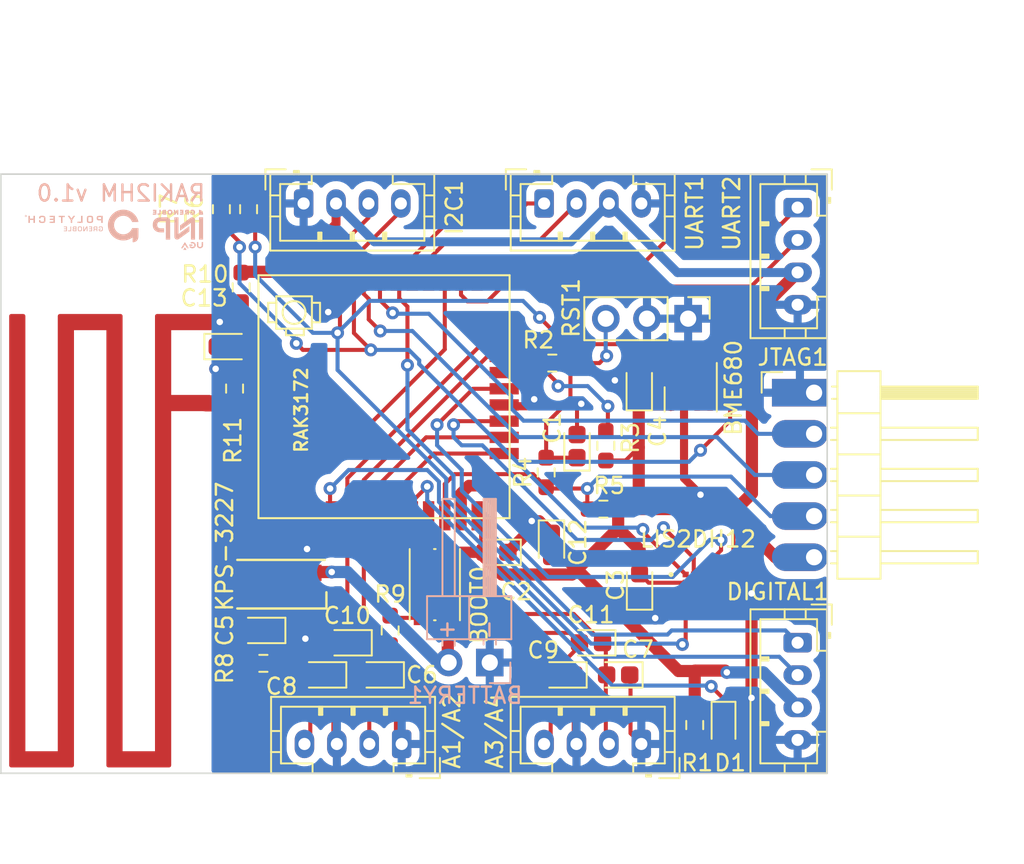
<source format=kicad_pcb>
(kicad_pcb (version 20221018) (generator pcbnew)
  (layers (0 "F.Cu" signal) (31 "B.Cu" signal) (34 "B.Paste" user) (35 "F.Paste" user) (36 "B.SilkS" user "B.Silkscreen") (37 "F.SilkS" user "F.Silkscreen") (38 "B.Mask" user) (39 "F.Mask" user) (44 "Edge.Cuts" user))
  (net 0 "")
  (net 1 "RST")
  (net 2 "+3V3")
  (net 3 "D0")
  (net 4 "Net-(D1-A)")
  (net 5 "D1")
  (net 6 "SWDIO")
  (net 7 "SWCLK")
  (net 8 "TX2")
  (net 9 "RX2")
  (net 10 "TX1")
  (net 11 "RX1")
  (net 12 "SCL")
  (net 13 "SDA")
  (net 14 "A0")
  (net 15 "A4")
  (net 16 "RF")
  (net 17 "MOSI")
  (net 18 "MISO")
  (net 19 "SCK")
  (net 20 "NSS")
  (net 21 "D2")
  (net 22 "D3")
  (net 23 "A3")
  (net 24 "A2")
  (net 25 "D5")
  (net 26 "D4")
  (net 27 "A1")
  (net 28 "BOOT0")
  (net 29 "GND")
  (net 30 "Net-(C13-Pad2)")
  (net 31 "Net-(RST1-Out)")
  (footprint "Capacitor_Tantalum_SMD:CP_EIA-1608-08_AVX-J" (layer "F.Cu") (at 152.908 59.1312 180)
    (fp_text reference "C6")
    (fp_text value "100nF")
  )
  (footprint "OptoDevice:Kingbright_KPS-3227" (layer "F.Cu") (at 146.8348 53.532 -90)
    (fp_text reference "KPS-3227")
    (fp_text value "KPS-3227")
  )
  (footprint "Resistor_SMD:R_0603_1608Metric_Pad0.98x0.95mm_HandSolder" (layer "F.Cu") (at 163.195 46.6325 90)
    (fp_text reference "R4")
    (fp_text value "0")
  )
  (footprint "Capacitor_Tantalum_SMD:CP_EIA-1608-08_AVX-J" (layer "F.Cu") (at 143.6116 38.862)
    (fp_text reference "C13")
    (fp_text value "0")
  )
  (footprint "Capacitor_Tantalum_SMD:CP_EIA-1608-08_AVX-J" (layer "F.Cu") (at 160.1216 51.562 180)
    (fp_text reference "C2")
    (fp_text value "100nF")
  )
  (footprint "Capacitor_Tantalum_SMD:CP_EIA-1608-08_AVX-J" (layer "F.Cu") (at 149.352 59.1312 180)
    (fp_text reference "C8")
    (fp_text value "100nF")
  )
  (footprint "Connector_JST:JST_PH_B4B-PH-K_1x04_P2.00mm_Vertical" (layer "F.Cu") (at 178.7144 30.2768 -90)
    (fp_text reference "UART2")
    (fp_text value "UART2 AT" hide)
  )
  (footprint "Connector_JST:JST_PH_B4B-PH-K_1x04_P2.00mm_Vertical" (layer "F.Cu") (at 148.2288 30.0228)
    (fp_text reference "I2C1")
    (fp_text value "I2C")
  )
  (footprint "Capacitor_Tantalum_SMD:CP_EIA-1608-08_AVX-J" (layer "F.Cu") (at 150.9255 57.15 180)
    (fp_text reference "C10")
    (fp_text value "100nF")
  )
  (footprint "Resistor_SMD:R_0603_1608Metric_Pad0.98x0.95mm_HandSolder" (layer "F.Cu") (at 143.1544 30.3765 90)
    (fp_text reference "R7")
    (fp_text value "4K7")
  )
  (footprint "Capacitor_Tantalum_SMD:CP_EIA-1608-08_AVX-J" (layer "F.Cu") (at 163.5252 51.1048 -90)
    (fp_text reference "C12")
    (fp_text value "1uF")
  )
  (footprint "Resistor_SMD:R_0603_1608Metric_Pad0.98x0.95mm_HandSolder" (layer "F.Cu") (at 144.3736 35.2044 -90)
    (fp_text reference "R10")
    (fp_text value "0")
  )
  (footprint "Resistor_SMD:R_0603_1608Metric_Pad0.98x0.95mm_HandSolder" (layer "F.Cu") (at 166.878 44.9815 -90)
    (fp_text reference "R3")
    (fp_text value "10K")
  )
  (footprint "Resistor_SMD:R_0603_1608Metric_Pad0.98x0.95mm_HandSolder" (layer "F.Cu") (at 153.5684 56.388 90)
    (fp_text reference "R9")
    (fp_text value "10K")
  )
  (footprint "Capacitor_Tantalum_SMD:CP_EIA-1608-08_AVX-J" (layer "F.Cu") (at 165.9636 57.15 180)
    (fp_text reference "C11")
    (fp_text value "100nF")
  )
  (footprint "Connector_JST:JST_PH_B4B-PH-K_1x04_P2.00mm_Vertical" (layer "F.Cu") (at 163.068 30.0228)
    (fp_text reference "UART1")
    (fp_text value "UART1" hide)
  )
  (footprint "RAK_Library:Magnetic_Switch" (layer "F.Cu") (at 169.553 37.2398 -90)
    (fp_text reference "RST1")
    (fp_text value "~")
  )
  (footprint "Resistor_SMD:R_0603_1608Metric_Pad0.98x0.95mm_HandSolder" (layer "F.Cu") (at 163.576 39.878)
    (fp_text reference "R2")
    (fp_text value "0")
  )
  (footprint "Connector_JST:JST_PH_B4B-PH-K_1x04_P2.00mm_Vertical" (layer "F.Cu") (at 169.068 63.3984 180)
    (fp_text reference "A3/A4")
    (fp_text value "Groove A3 A4" hide)
  )
  (footprint "Capacitor_Tantalum_SMD:CP_EIA-1608-08_AVX-J" (layer "F.Cu") (at 164.1869 59.1312 180)
    (fp_text reference "C9")
    (fp_text value "100nF")
  )
  (footprint "Resistor_SMD:R_0603_1608Metric_Pad0.98x0.95mm_HandSolder" (layer "F.Cu") (at 144.8308 30.3765 90)
    (fp_text reference "R6")
    (fp_text value "4K7")
  )
  (footprint "Capacitor_Tantalum_SMD:CP_EIA-1608-08_AVX-J" (layer "F.Cu") (at 167.64 59.1312 180)
    (fp_text reference "C7")
    (fp_text value "100nF")
  )
  (footprint "Capacitor_Tantalum_SMD:CP_EIA-1608-08_AVX-J" (layer "F.Cu") (at 168.9418 41.2878 90)
    (fp_text reference "C4")
    (fp_text value "100nF")
  )
  (footprint "Resistor_SMD:R_0603_1608Metric_Pad0.98x0.95mm_HandSolder" (layer "F.Cu") (at 145.7433 58.42 180)
    (fp_text reference "R8")
    (fp_text value "2400R")
  )
  (footprint "Package_LGA:Bosch_LGA-8_3x3mm_P0.8mm_ClockwisePinNumbering" (layer "F.Cu") (at 172.1168 41.3703)
    (fp_text reference "BME680")
    (fp_text value "BME680" hide)
  )
  (footprint "Diode_SMD:D_0603_1608Metric" (layer "F.Cu") (at 174.1424 62.2808 -90)
    (fp_text reference "D1")
    (fp_text value "RED")
  )
  (footprint "Resistor_SMD:R_0603_1608Metric_Pad0.98x0.95mm_HandSolder" (layer "F.Cu") (at 172.3644 62.23 90)
    (fp_text reference "R1")
    (fp_text value "1K")
  )
  (footprint "Capacitor_Tantalum_SMD:CP_EIA-1608-08_AVX-J" (layer "F.Cu") (at 168.9608 53.5953 90)
    (fp_text reference "C3")
    (fp_text value "100nF")
  )
  (footprint "Connector_JST:JST_PH_B4B-PH-K_1x04_P2.00mm_Vertical" (layer "F.Cu") (at 178.7144 57.1444 -90)
    (fp_text reference "DIGITAL1")
    (fp_text value "DIGITAL" hide)
  )
  (footprint "Capacitor_Tantalum_SMD:CP_EIA-1608-08_AVX-J" (layer "F.Cu") (at 145.5928 56.388 180)
    (fp_text reference "C5")
    (fp_text value "100nF")
  )
  (footprint "Connector_JST:JST_PH_B4B-PH-K_1x04_P2.00mm_Vertical" (layer "F.Cu") (at 154.2796 63.3984 180)
    (fp_text reference "A1/A2")
    (fp_text value "Groove A1 A2" hide)
  )
  (footprint "Capacitor_Tantalum_SMD:CP_EIA-1608-08_AVX-J" (layer "F.Cu") (at 165.1 45.0075 90)
    (fp_text reference "C1")
    (fp_text value "100nF")
  )
  (footprint "Resistor_SMD:R_0603_1608Metric_Pad0.98x0.95mm_HandSolder" (layer "F.Cu") (at 166.7275 48.895)
    (fp_text reference "R5")
    (fp_text value "10K")
  )
  (footprint "Button_Switch_SMD:SW_Push_1P1T_NO_CK_KMR2" (layer "F.Cu") (at 156.3244 53.5612 -90)
    (fp_text reference "BOOT0")
    (fp_text value "SW BOOT0")
  )
  (footprint "RAK3172:RAK3172" (layer "F.Cu") (at 145.44 49.455)
    (fp_text reference "RAK3172")
    (fp_text value "RAK3172")
  )
  (footprint "Resistor_SMD:R_0603_1608Metric_Pad0.98x0.95mm_HandSolder" (layer "F.Cu") (at 143.9672 41.4528 90)
    (fp_text reference "R11")
    (fp_text value "0")
  )
  (footprint "LIS2DH12:LIS2DH12" (layer "F.Cu") (at 172.5556 53.6836)
    (fp_text reference "LIS2DH12")
    (fp_text value "LIS2DH12" hide)
  )
  (footprint "RAK_Library:Conn_JTAG_01x05" (layer "F.Cu") (at 182.2104 46.7868)
    (fp_text reference "JTAG1")
    (fp_text value "JTAG" hide)
  )
  (footprint "Connector_PinHeader_2.54mm:PinHeader_1x02_P2.54mm_Horizontal" (layer "B.Cu") (at 159.7152 58.3692 90)
    (fp_text reference "BATTERY1")
    (fp_text value "Battery" hide)
  )
  (footprint "RAK_Library:logo_polytech" (layer "B.Cu") (at 136.525 31.6484 180)
    (fp_text reference "G***" hide)
    (fp_text value "LOGO" hide)
  )
  (gr_rect (start 129.54 28.21) (end 180.54 65.21) (stroke (width 0.1)) (fill none) (layer "Edge.Cuts"))
  (gr_text "RAKI2HM v1.0" (at 142.24 29.972) (layer "B.SilkS") (effects (font (size 1 1)) (justify left bottom mirror)))
  (segment (start 165.735 48.815) (end 165.815 48.895) (width 0.25) (layer "F.Cu") (net 1))
  (segment (start 156.94 47.350802) (end 156.94 49.31) (width 0.25) (layer "F.Cu") (net 1))
  (segment (start 165.735 47.625) (end 163.275 47.625) (width 0.25) (layer "F.Cu") (net 1))
  (segment (start 163.195 47.545) (end 162.386 46.736) (width 0.25) (layer "F.Cu") (net 1))
  (segment (start 162.386 46.736) (end 157.554802 46.736) (width 0.25) (layer "F.Cu") (net 1))
  (segment (start 163.275 47.625) (end 163.195 47.545) (width 0.25) (layer "F.Cu") (net 1))
  (segment (start 165.735 47.625) (end 165.735 48.815) (width 0.25) (layer "F.Cu") (net 1))
  (segment (start 157.554802 46.736) (end 156.94 47.350802) (width 0.25) (layer "F.Cu") (net 1))
  (via (at 165.735 47.625) (size 0.8) (drill 0.4) (layers "F.Cu" "B.Cu") (net 1))
  (segment (start 165.735 47.625) (end 166.4716 46.8884) (width 0.25) (layer "B.Cu") (net 1))
  (segment (start 177.038 49.3268) (end 179.7304 49.3268) (width 0.25) (layer "B.Cu") (net 1))
  (segment (start 174.5996 46.8884) (end 177.038 49.3268) (width 0.25) (layer "B.Cu") (net 1))
  (segment (start 166.4716 46.8884) (end 174.5996 46.8884) (width 0.25) (layer "B.Cu") (net 1))
  (segment (start 159.4091 51.562) (end 157.1752 51.562) (width 0.7) (layer "F.Cu") (net 2))
  (segment (start 168.9608 52.8828) (end 169.5196 53.4416) (width 0.25) (layer "F.Cu") (net 2))
  (segment (start 174.2342 58.8674) (end 174.3456 58.9788) (width 0.75) (layer "F.Cu") (net 2))
  (segment (start 148.6356 52.7812) (end 148.5848 52.832) (width 0.75) (layer "F.Cu") (net 2))
  (segment (start 172.5168 42.5578) (end 173.3168 42.5578) (width 0.5) (layer "F.Cu") (net 2))
  (segment (start 168.9418 42.0003) (end 168.91 42.0321) (width 0.75) (layer "F.Cu") (net 2))
  (segment (start 174.6504 49.1744) (end 175.895 47.9298) (width 0.75) (layer "F.Cu") (net 2))
  (segment (start 168.9608 51.402) (end 167.64 50.0812) (width 0.75) (layer "F.Cu") (net 2))
  (segment (start 172.3644 58.8944) (end 172.3914 58.8674) (width 0.75) (layer "F.Cu") (net 2))
  (segment (start 170.885 42.5896) (end 170.9168 42.5578) (width 0.5) (layer "F.Cu") (net 2))
  (segment (start 170.904 42.291462) (end 171.350162 41.8453) (width 0.5) (layer "F.Cu") (net 2))
  (segment (start 150.2288 31.2796) (end 150.2288 30.0228) (width 0.55) (layer "F.Cu") (net 2))
  (segment (start 157.1244 58.3184) (end 157.1752 58.3692) (width 0.25) (layer "F.Cu") (net 2))
  (segment (start 159.4091 51.562) (end 159.4091 51.873154) (width 0.75) (layer "F.Cu") (net 2))
  (segment (start 173.3056 52.9336) (end 174.752 51.4872) (width 0.25) (layer "F.Cu") (net 2))
  (segment (start 167.64 48.895) (end 168.91 48.895) (width 0.75) (layer "F.Cu") (net 2))
  (segment (start 143.1544 29.464) (end 144.9832 29.464) (width 0.55) (layer "F.Cu") (net 2))
  (segment (start 159.4091 49.7791) (end 158.94 49.31) (width 0.7) (layer "F.Cu") (net 2))
  (segment (start 172.3644 61.3175) (end 172.3644 58.8944) (width 0.75) (layer "F.Cu") (net 2))
  (segment (start 167.64 50.0812) (end 165.0962 52.625) (width 0.75) (layer "F.Cu") (net 2))
  (segment (start 168.91 45.085) (end 168.91 48.895) (width 0.75) (layer "F.Cu") (net 2))
  (segment (start 171.8056 53.4336) (end 171.8056 53.9336) (width 0.25) (layer "F.Cu") (net 2))
  (segment (start 159.4091 51.562) (end 159.4091 49.7791) (width 0.7) (layer "F.Cu") (net 2))
  (segment (start 168.91 48.895) (end 171.577 48.895) (width 0.75) (layer "F.Cu") (net 2))
  (segment (start 177.3428 51.8668) (end 179.7304 51.8668) (width 0.75) (layer "F.Cu") (net 2))
  (segment (start 159.4091 51.873154) (end 160.469546 52.9336) (width 0.75) (layer "F.Cu") (net 2))
  (segment (start 174.752 51.4872) (end 174.752 49.276) (width 0.25) (layer "F.Cu") (net 2))
  (segment (start 171.8564 49.1744) (end 174.6504 49.1744) (width 0.75) (layer "F.Cu") (net 2))
  (segment (start 171.3656 58.8944) (end 165.0962 52.625) (width 0.75) (layer "F.Cu") (net 2))
  (segment (start 169.5196 53.4416) (end 171.7976 53.4416) (width 0.25) (layer "F.Cu") (net 2))
  (segment (start 170.9168 42.5578) (end 169.4993 42.5578) (width 0.5) (layer "F.Cu") (net 2))
  (segment (start 168.91 42.0321) (end 168.91 45.085) (width 0.75) (layer "F.Cu") (net 2))
  (segment (start 172.5168 42.278662) (end 172.5168 42.5578) (width 0.5) (layer "F.Cu") (net 2))
  (segment (start 164.2885 51.8173) (end 163.5252 51.8173) (width 0.75) (layer "F.Cu") (net 2))
  (segment (start 157.1752 51.562) (end 157.1244 51.5112) (width 0.7) (layer "F.Cu") (net 2))
  (segment (start 167.64 48.895) (end 167.64 50.0812) (width 0.75) (layer "F.Cu") (net 2))
  (segment (start 164.7876 52.9336) (end 165.0962 52.625) (width 0.75) (layer "F.Cu") (net 2))
  (segment (start 169.0103 52.9323) (end 168.9608 52.8828) (width 0.75) (layer "F.Cu") (net 2))
  (segment (start 172.3644 58.8944) (end 171.3656 58.8944) (width 0.75) (layer "F.Cu") (net 2))
  (segment (start 149.2504 32.258) (end 150.2288 31.2796) (width 0.55) (layer "F.Cu") (net 2))
  (segment (start 171.350162 41.8453) (end 172.083438 41.8453) (width 0.5) (layer "F.Cu") (net 2))
  (segment (start 171.704 40.1956) (end 171.704 41.8453) (width 0.5) (layer "F.Cu") (net 2))
  (segment (start 172.083438 41.8453) (end 172.5168 42.278662) (width 0.5) (layer "F.Cu") (net 2))
  (segment (start 171.577 48.895) (end 171.8564 49.1744) (width 0.75) (layer "F.Cu") (net 2))
  (segment (start 174.752 49.276) (end 174.6504 49.1744) (width 0.25) (layer "F.Cu") (net 2))
  (segment (start 175.895 37.0962) (end 178.7144 34.2768) (width 0.75) (layer "F.Cu") (net 2))
  (segment (start 171.7976 53.4416) (end 171.8056 53.4336) (width 0.25) (layer "F.Cu") (net 2))
  (segment (start 171.7168 40.1828) (end 171.704 40.1956) (width 0.5) (layer "F.Cu") (net 2))
  (segment (start 149.9616 52.7812) (end 148.6356 52.7812) (width 0.75) (layer "F.Cu") (net 2))
  (segment (start 168.9608 52.8828) (end 168.9608 51.402) (width 0.75) (layer "F.Cu") (net 2))
  (segment (start 165.0962 52.625) (end 164.2885 51.8173) (width 0.75) (layer "F.Cu") (net 2))
  (segment (start 166.878 45.894) (end 168.101 45.894) (width 0.25) (layer "F.Cu") (net 2))
  (segment (start 157.1244 55.6112) (end 157.1244 58.3184) (width 0.75) (layer "F.Cu") (net 2))
  (segment (start 168.101 45.894) (end 168.91 45.085) (width 0.25) (layer "F.Cu") (net 2))
  (segment (start 147.7772 32.258) (end 149.2504 32.258) (width 0.55) (layer "F.Cu") (net 2))
  (segment (start 148.5848 52.832) (end 148.5848 54.232) (width 0.75) (layer "F.Cu") (net 2))
  (segment (start 144.9832 29.464) (end 147.7772 32.258) (width 0.55) (layer "F.Cu") (net 2))
  (segment (start 170.904 42.5448) (end 170.904 42.291462) (width 0.5) (layer "F.Cu") (net 2))
  (segment (start 175.895 47.9298) (end 175.895 37.0962) (width 0.75) (layer "F.Cu") (net 2))
  (segment (start 173.3056 52.9336) (end 173.3056 53.4336) (width 0.25) (layer "F.Cu") (net 2))
  (segment (start 169.4993 42.5578) (end 168.9418 42.0003) (width 0.5) (layer "F.Cu") (net 2))
  (segment (start 160.469546 52.9336) (end 164.7876 52.9336) (width 0.75) (layer "F.Cu") (net 2))
  (segment (start 172.3914 58.8674) (end 174.2342 58.8674) (width 0.75) (layer "F.Cu") (net 2))
  (segment (start 174.6504 49.1744) (end 177.3428 51.8668) (width 0.75) (layer "F.Cu") (net 2))
  (via (at 174.3456 58.9788) (size 0.8) (drill 0.4) (layers "F.Cu" "B.Cu") (net 2))
  (via (at 149.9616 52.7812) (size 0.8) (drill 0.4) (layers "F.Cu" "B.Cu") (net 2))
  (segment (start 176.5996 58.9788) (end 178.7144 61.0936) (width 0.75) (layer "B.Cu") (net 2))
  (segment (start 171.2976 34.29) (end 178.7012 34.29) (width 0.55) (layer "B.Cu") (net 2))
  (segment (start 157.1752 58.2676) (end 157.1752 58.3692) (width 0.75) (layer "B.Cu") (net 2))
  (segment (start 156.8196 58.674) (end 157.1752 58.674) (width 0.75) (layer "B.Cu") (net 2))
  (segment (start 167.068 30.0228) (end 167.068 30.0604) (width 0.55) (layer "B.Cu") (net 2))
  (segment (start 150.9268 52.7812) (end 156.8196 58.674) (width 0.75) (layer "B.Cu") (net 2))
  (segment (start 164.7152 32.3888) (end 167.068 30.036) (width 0.55) (layer "B.Cu") (net 2))
  (segment (start 178.7144 61.0936) (end 178.7144 61.1444) (width 0.75) (layer "B.Cu") (net 2))
  (segment (start 174.3456 58.9788) (end 176.5996 58.9788) (width 0.75) (layer "B.Cu") (net 2))
  (segment (start 167.068 30.036) (end 167.068 30.0228) (width 0.55) (layer "B.Cu") (net 2))
  (segment (start 167.068 30.0604) (end 171.2976 34.29) (width 0.55) (layer "B.Cu") (net 2))
  (segment (start 149.9616 52.7812) (end 150.9268 52.7812) (width 0.75) (layer "B.Cu") (net 2))
  (segment (start 150.2288 30.0228) (end 152.5948 32.3888) (width 0.55) (layer "B.Cu") (net 2))
  (segment (start 178.7012 34.29) (end 178.7144 34.2768) (width 0.55) (layer "B.Cu") (net 2))
  (segment (start 152.5948 32.3888) (end 164.7152 32.3888) (width 0.55) (layer "B.Cu") (net 2))
  (segment (start 173.99 51.4367) (end 172.8056 52.6211) (width 0.25) (layer "F.Cu") (net 3))
  (segment (start 173.99 50.8) (end 173.99 51.4367) (width 0.25) (layer "F.Cu") (net 3))
  (segment (start 156.464 43.688) (end 158.687 41.465) (width 0.25) (layer "F.Cu") (net 3))
  (segment (start 158.687 41.465) (end 160.605 41.465) (width 0.25) (layer "F.Cu") (net 3))
  (segment (start 172.8056 52.6211) (end 172.8056 52.9336) (width 0.25) (layer "F.Cu") (net 3))
  (via (at 173.99 50.8) (size 0.8) (drill 0.4) (layers "F.Cu" "B.Cu") (net 3))
  (via (at 156.464 43.688) (size 0.8) (drill 0.4) (layers "F.Cu" "B.Cu") (net 3))
  (segment (start 157.988 46.482) (end 156.464 44.958) (width 0.25) (layer "B.Cu") (net 3))
  (segment (start 171.002942 53.086) (end 163.322 53.086) (width 0.25) (layer "B.Cu") (net 3))
  (segment (start 173.99 50.8) (end 173.288942 50.8) (width 0.25) (layer "B.Cu") (net 3))
  (segment (start 156.464 44.958) (end 156.464 43.688) (width 0.25) (layer "B.Cu") (net 3))
  (segment (start 157.988 47.752) (end 157.988 46.482) (width 0.25) (layer "B.Cu") (net 3))
  (segment (start 173.288942 50.8) (end 171.002942 53.086) (width 0.25) (layer "B.Cu") (net 3))
  (segment (start 163.322 53.086) (end 157.988 47.752) (width 0.25) (layer "B.Cu") (net 3))
  (segment (start 174.0682 63.1425) (end 174.1424 63.0683) (width 0.25) (layer "F.Cu") (net 4))
  (segment (start 172.3644 63.1425) (end 174.0682 63.1425) (width 0.25) (layer "F.Cu") (net 4))
  (segment (start 154.1272 34.6972) (end 153.94 34.51) (width 0.25) (layer "F.Cu") (net 5))
  (segment (start 154.6352 36.3914) (end 154.1272 35.8834) (width 0.25) (layer "F.Cu") (net 5))
  (segment (start 154.1272 35.8834) (end 154.1272 34.6972) (width 0.25) (layer "F.Cu") (net 5))
  (segment (start 154.6352 40.005) (end 154.6352 36.3914) (width 0.25) (layer "F.Cu") (net 5))
  (via (at 154.6352 40.005) (size 0.8) (drill 0.4) (layers "F.Cu" "B.Cu") (net 5))
  (segment (start 154.6352 43.980703) (end 157.4794 46.824903) (width 0.25) (layer "B.Cu") (net 5))
  (segment (start 170.942 56.388) (end 177.958 56.388) (width 0.25) (layer "B.Cu") (net 5))
  (segment (start 166.043988 56.642) (end 170.688 56.642) (width 0.25) (layer "B.Cu") (net 5))
  (segment (start 154.6352 40.005) (end 154.6352 43.980703) (width 0.25) (layer "B.Cu") (net 5))
  (segment (start 177.958 56.388) (end 178.7144 57.1444) (width 0.25) (layer "B.Cu") (net 5))
  (segment (start 157.4794 48.077412) (end 166.043988 56.642) (width 0.25) (layer "B.Cu") (net 5))
  (segment (start 170.688 56.642) (end 170.942 56.388) (width 0.25) (layer "B.Cu") (net 5))
  (segment (start 157.4794 46.824903) (end 157.4794 48.077412) (width 0.25) (layer "B.Cu") (net 5))
  (segment (start 153.7208 36.7792) (end 152.94 35.9984) (width 0.25) (layer "F.Cu") (net 6))
  (segment (start 152.94 35.9984) (end 152.94 34.51) (width 0.25) (layer "F.Cu") (net 6))
  (via (at 153.7208 36.7792) (size 0.8) (drill 0.4) (layers "F.Cu" "B.Cu") (net 6))
  (segment (start 176.276 44.2468) (end 179.7304 44.2468) (width 0.25) (layer "B.Cu") (net 6))
  (segment (start 161.798 43.434) (end 175.4632 43.434) (width 0.25) (layer "B.Cu") (net 6))
  (segment (start 161.036 42.672) (end 161.798 43.434) (width 0.25) (layer "B.Cu") (net 6))
  (segment (start 175.4632 43.434) (end 176.276 44.2468) (width 0.25) (layer "B.Cu") (net 6))
  (segment (start 161.036 41.91) (end 161.036 42.672) (width 0.25) (layer "B.Cu") (net 6))
  (segment (start 155.956 36.83) (end 161.036 41.91) (width 0.25) (layer "B.Cu") (net 6))
  (segment (start 153.7208 36.7792) (end 153.7716 36.83) (width 0.25) (layer "B.Cu") (net 6))
  (segment (start 153.7716 36.83) (end 155.956 36.83) (width 0.25) (layer "B.Cu") (net 6))
  (segment (start 152.2476 37.1856) (end 152.2476 35.9156) (width 0.25) (layer "F.Cu") (net 7))
  (segment (start 151.94 35.608) (end 151.94 34.51) (width 0.25) (layer "F.Cu") (net 7))
  (segment (start 152.2476 35.9156) (end 151.94 35.608) (width 0.25) (layer "F.Cu") (net 7))
  (segment (start 152.9588 37.8968) (end 152.2476 37.1856) (width 0.25) (layer "F.Cu") (net 7))
  (via (at 152.9588 37.8968) (size 0.8) (drill 0.4) (layers "F.Cu" "B.Cu") (net 7))
  (segment (start 176.0728 46.7868) (end 179.7304 46.7868) (width 0.25) (layer "B.Cu") (net 7))
  (segment (start 154.94 37.8968) (end 161.4932 44.45) (width 0.25) (layer "B.Cu") (net 7))
  (segment (start 152.9588 37.8968) (end 154.94 37.8968) (width 0.25) (layer "B.Cu") (net 7))
  (segment (start 173.736 44.45) (end 176.0728 46.7868) (width 0.25) (layer "B.Cu") (net 7))
  (segment (start 161.4932 44.45) (end 173.736 44.45) (width 0.25) (layer "B.Cu") (net 7))
  (segment (start 159.5628 36.068) (end 160.4772 35.1536) (width 0.25) (layer "F.Cu") (net 8))
  (segment (start 157.94 34.51) (end 157.94 35.6644) (width 0.25) (layer "F.Cu") (net 8))
  (segment (start 157.94 35.6644) (end 158.3436 36.068) (width 0.25) (layer "F.Cu") (net 8))
  (segment (start 160.4772 35.1536) (end 175.8376 35.1536) (width 0.25) (layer "F.Cu") (net 8))
  (segment (start 158.3436 36.068) (end 159.5628 36.068) (width 0.25) (layer "F.Cu") (net 8))
  (segment (start 175.8376 35.1536) (end 178.7144 32.2768) (width 0.25) (layer "F.Cu") (net 8))
  (segment (start 177.6984 31.2928) (end 178.7144 30.2768) (width 0.25) (layer "F.Cu") (net 9))
  (segment (start 158.94 34.51) (end 159.3632 34.0868) (width 0.25) (layer "F.Cu") (net 9))
  (segment (start 168.8282 34.0868) (end 171.6222 31.2928) (width 0.25) (layer "F.Cu") (net 9))
  (segment (start 171.6222 31.2928) (end 177.6984 31.2928) (width 0.25) (layer "F.Cu") (net 9))
  (segment (start 159.3632 34.0868) (end 168.8282 34.0868) (width 0.25) (layer "F.Cu") (net 9))
  (segment (start 155.94 33.4725) (end 157.0275 32.385) (width 0.25) (layer "F.Cu") (net 10))
  (segment (start 162.7058 32.385) (end 165.068 30.0228) (width 0.25) (layer "F.Cu") (net 10))
  (segment (start 157.0275 32.385) (end 162.7058 32.385) (width 0.25) (layer "F.Cu") (net 10))
  (segment (start 155.94 34.51) (end 155.94 33.4725) (width 0.25) (layer "F.Cu") (net 10))
  (segment (start 154.94 33.36) (end 156.841 31.459) (width 0.25) (layer "F.Cu") (net 11))
  (segment (start 160.566 31.459) (end 162.0022 30.0228) (width 0.25) (layer "F.Cu") (net 11))
  (segment (start 154.94 34.51) (end 154.94 33.36) (width 0.25) (layer "F.Cu") (net 11))
  (segment (start 162.0022 30.0228) (end 163.068 30.0228) (width 0.25) (layer "F.Cu") (net 11))
  (segment (start 156.841 31.459) (end 160.566 31.459) (width 0.25) (layer "F.Cu") (net 11))
  (segment (start 150.94 34.51) (end 150.94 33.7688) (width 0.25) (layer "F.Cu") (net 12))
  (segment (start 174.5488 40.9448) (end 173.7868 40.1828) (width 0.25) (layer "F.Cu") (net 12))
  (segment (start 150.94 33.7688) (end 154.2288 30.48) (width 0.25) (layer "F.Cu") (net 12))
  (segment (start 174.5488 43.434) (end 174.5488 40.9448) (width 0.25) (layer "F.Cu") (net 12))
  (segment (start 169.160736 50.148979) (end 169.160736 50.288736) (width 0.25) (layer "F.Cu") (net 12))
  (segment (start 151.3332 35.8648) (end 150.94 35.4716) (width 0.25) (layer "F.Cu") (net 12))
  (segment (start 169.160736 50.288736) (end 171.8056 52.9336) (width 0.25) (layer "F.Cu") (net 12))
  (segment (start 144.272 32.7152) (end 144.272 32.4066) (width 0.25) (layer "F.Cu") (net 12))
  (segment (start 144.272 32.4066) (end 143.1544 31.289) (width 0.25) (layer "F.Cu") (net 12))
  (segment (start 152.3746 39.0652) (end 148.1836 39.0652) (width 0.25) (layer "F.Cu") (net 12))
  (segment (start 154.2288 30.48) (end 154.2288 30.0228) (width 0.25) (layer "F.Cu") (net 12))
  (segment (start 151.3332 38.0238) (end 151.3332 35.8648) (width 0.25) (layer "F.Cu") (net 12))
  (segment (start 173.7868 40.1828) (end 173.3168 40.1828) (width 0.25) (layer "F.Cu") (net 12))
  (segment (start 152.3746 39.0652) (end 151.3332 38.0238) (width 0.25) (layer "F.Cu") (net 12))
  (segment (start 148.1836 39.0652) (end 147.7772 38.6588) (width 0.25) (layer "F.Cu") (net 12))
  (segment (start 150.94 35.4716) (end 150.94 34.51) (width 0.25) (layer "F.Cu") (net 12))
  (segment (start 172.72 45.2628) (end 174.5488 43.434) (width 0.25) (layer "F.Cu") (net 12))
  (via (at 169.160736 50.148979) (size 0.8) (drill 0.4) (layers "F.Cu" "B.Cu") (net 12))
  (via (at 147.7772 38.6588) (size 0.8) (drill 0.4) (layers "F.Cu" "B.Cu") (net 12))
  (via (at 152.3746 39.0652) (size 0.8) (drill 0.4) (layers "F.Cu" "B.Cu") (net 12))
  (via (at 144.272 32.7152) (size 0.8) (drill 0.4) (layers "F.Cu" "B.Cu") (net 12))
  (via (at 172.72 45.2628) (size 0.8) (drill 0.4) (layers "F.Cu" "B.Cu") (net 12))
  (segment (start 172.0088 45.974) (end 161.629506 45.974) (width 0.25) (layer "B.Cu") (net 12))
  (segment (start 155.3602 39.704695) (end 154.720705 39.0652) (width 0.25) (layer "B.Cu") (net 12))
  (segment (start 165.4556 50.038) (end 155.3602 39.9426) (width 0.25) (layer "B.Cu") (net 12))
  (segment (start 144.272 34.9504) (end 147.7772 38.4556) (width 0.25) (layer "B.Cu") (net 12))
  (segment (start 169.049757 50.038) (end 165.4556 50.038) (width 0.25) (layer "B.Cu") (net 12))
  (segment (start 147.7772 38.4556) (end 147.7772 38.6588) (width 0.25) (layer "B.Cu") (net 12))
  (segment (start 144.272 32.7152) (end 144.272 34.9504) (width 0.25) (layer "B.Cu") (net 12))
  (segment (start 154.720705 39.0652) (end 152.3746 39.0652) (width 0.25) (layer "B.Cu") (net 12))
  (segment (start 172.72 45.2628) (end 172.0088 45.974) (width 0.25) (layer "B.Cu") (net 12))
  (segment (start 169.160736 50.148979) (end 169.049757 50.038) (width 0.25) (layer "B.Cu") (net 12))
  (segment (start 155.3602 39.9426) (end 155.3602 39.704695) (width 0.25) (layer "B.Cu") (net 12))
  (segment (start 149.94 35.352459) (end 149.94 34.51) (width 0.25) (layer "F.Cu") (net 13))
  (segment (start 171.8056 57.0484) (end 171.8056 54.4336) (width 0.25) (layer "F.Cu") (net 13))
  (segment (start 152.2288 30.9052) (end 152.2288 30.0228) (width 0.25) (layer "F.Cu") (net 13))
  (segment (start 145.2372 31.6954) (end 144.8308 31.289) (width 0.25) (layer "F.Cu") (net 13))
  (segment (start 150.322541 38.010561) (end 150.4696 37.863502) (width 0.25) (layer "F.Cu") (net 13))
  (segment (start 164.4396 38.7096) (end 169.8244 38.7096) (width 0.25) (layer "F.Cu") (net 13))
  (segment (start 145.2372 32.7152) (end 145.2372 31.6954) (width 0.25) (layer "F.Cu") (net 13))
  (segment (start 149.94 33.194) (end 152.2288 30.9052) (width 0.25) (layer "F.Cu") (net 13))
  (segment (start 149.94 34.51) (end 149.94 33.194) (width 0.25) (layer "F.Cu") (net 13))
  (segment (start 150.4696 37.863502) (end 150.4696 35.882059) (width 0.25) (layer "F.Cu") (net 13))
  (segment (start 171.6024 57.2516) (end 171.8056 57.0484) (width 0.25) (layer "F.Cu") (net 13))
  (segment (start 169.8244 38.7096) (end 170.4848 39.37) (width 0.25) (layer "F.Cu") (net 13))
  (segment (start 172.5168 40.08044) (end 172.5168 40.1828) (width 0.25) (layer "F.Cu") (net 13))
  (segment (start 150.4696 35.882059) (end 149.94 35.352459) (width 0.25) (layer "F.Cu") (net 13))
  (segment (start 162.7886 37.0586) (end 164.4396 38.7096) (width 0.25) (layer "F.Cu") (net 13))
  (segment (start 170.4848 39.37) (end 171.80636 39.37) (width 0.25) (layer "F.Cu") (net 13))
  (segment (start 171.80636 39.37) (end 172.5168 40.08044) (width 0.25) (layer "F.Cu") (net 13))
  (via (at 171.6024 57.2516) (size 0.8) (drill 0.4) (layers "F.Cu" "B.Cu") (net 13))
  (via (at 162.7886 37.0586) (size 0.8) (drill 0.4) (layers "F.Cu" "B.Cu") (net 13))
  (via (at 145.2372 32.7152) (size 0.8) (drill 0.4) (layers "F.Cu" "B.Cu") (net 13))
  (via (at 150.322541 38.010561) (size 0.8) (drill 0.4) (layers "F.Cu" "B.Cu") (net 13))
  (segment (start 165.966392 57.2008) (end 157.0294 48.263808) (width 0.25) (layer "B.Cu") (net 13))
  (segment (start 148.805361 38.010561) (end 150.322541 38.010561) (width 0.25) (layer "B.Cu") (net 13))
  (segment (start 157.0294 47.011299) (end 150.322541 40.30444) (width 0.25) (layer "B.Cu") (net 13))
  (segment (start 161.764948 36.034948) (end 152.298154 36.034948) (width 0.25) (layer "B.Cu") (net 13))
  (segment (start 157.0294 48.263808) (end 157.0294 47.011299) (width 0.25) (layer "B.Cu") (net 13))
  (segment (start 162.7886 37.0586) (end 161.764948 36.034948) (width 0.25) (layer "B.Cu") (net 13))
  (segment (start 145.2372 32.7152) (end 145.2372 34.4424) (width 0.25) (layer "B.Cu") (net 13))
  (segment (start 152.298154 36.034948) (end 150.322541 38.010561) (width 0.25) (layer "B.Cu") (net 13))
  (segment (start 150.322541 40.30444) (end 150.322541 38.010561) (width 0.25) (layer "B.Cu") (net 13))
  (segment (start 171.6024 57.2516) (end 171.5516 57.2008) (width 0.25) (layer "B.Cu") (net 13))
  (segment (start 171.5516 57.2008) (end 165.966392 57.2008) (width 0.25) (layer "B.Cu") (net 13))
  (segment (start 145.2372 34.4424) (end 148.805361 38.010561) (width 0.25) (layer "B.Cu") (net 13))
  (segment (start 150.213 57.5577) (end 148.6395 59.1312) (width 0.25) (layer "F.Cu") (net 14))
  (segment (start 150.9268 46.9932) (end 150.9268 55.5752) (width 0.25) (layer "F.Cu") (net 14))
  (segment (start 150.9268 55.5752) (end 150.213 56.289) (width 0.25) (layer "F.Cu") (net 14))
  (segment (start 148.6395 63.0385) (end 148.2796 63.3984) (width 0.25) (layer "F.Cu") (net 14))
  (segment (start 148.6395 59.1312) (end 148.6395 63.0385) (width 0.25) (layer "F.Cu") (net 14))
  (segment (start 150.213 56.289) (end 150.213 57.15) (width 0.25) (layer "F.Cu") (net 14))
  (segment (start 159.455 38.465) (end 150.9268 46.9932) (width 0.25) (layer "F.Cu") (net 14))
  (segment (start 160.605 38.465) (end 159.455 38.465) (width 0.25) (layer "F.Cu") (net 14))
  (segment (start 150.213 57.15) (end 150.213 57.5577) (width 0.25) (layer "F.Cu") (net 14))
  (segment (start 144.8803 58.3705) (end 144.8308 58.42) (width 0.25) (layer "F.Cu") (net 15))
  (segment (start 144.8803 54.4365) (end 144.8803 58.3705) (width 0.25) (layer "F.Cu") (net 15))
  (segment (start 156.94 34.51) (end 156.94 39.030305) (width 0.25) (layer "F.Cu") (net 15))
  (segment (start 150.555105 45.4152) (end 149.4536 45.4152) (width 0.25) (layer "F.Cu") (net 15))
  (segment (start 156.94 39.030305) (end 150.555105 45.4152) (width 0.25) (layer "F.Cu") (net 15))
  (segment (start 145.0848 54.232) (end 144.8803 54.4365) (width 0.25) (layer "F.Cu") (net 15))
  (segment (start 145.0848 49.784) (end 145.0848 54.232) (width 0.25) (layer "F.Cu") (net 15))
  (segment (start 149.4536 45.4152) (end 145.0848 49.784) (width 0.25) (layer "F.Cu") (net 15))
  (segment (start 147.94 34.51) (end 147.6692 34.2392) (width 0.25) (layer "F.Cu") (net 16))
  (segment (start 147.6692 34.2392) (end 144.4263 34.2392) (width 0.75) (layer "F.Cu") (net 16))
  (segment (start 144.4263 34.2392) (end 144.3736 34.2919) (width 0.25) (layer "F.Cu") (net 16))
  (segment (start 149.86 49.23) (end 149.94 49.31) (width 0.25) (layer "F.Cu") (net 21))
  (segment (start 149.86 47.625) (end 149.86 49.23) (width 0.25) (layer "F.Cu") (net 21))
  (via (at 149.86 47.625) (size 0.8) (drill 0.4) (layers "F.Cu" "B.Cu") (net 21))
  (segment (start 178.7144 59.1444) (end 177.5836 58.0136) (width 0.25) (layer "B.Cu") (net 21))
  (segment (start 156.5794 47.197695) (end 155.863705 46.482) (width 0.25) (layer "B.Cu") (net 21))
  (segment (start 156.5794 48.450204) (end 156.5794 47.197695) (width 0.25) (layer "B.Cu") (net 21))
  (segment (start 151.003 46.482) (end 149.86 47.625) (width 0.25) (layer "B.Cu") (net 21))
  (segment (start 155.863705 46.482) (end 151.003 46.482) (width 0.25) (layer "B.Cu") (net 21))
  (segment (start 177.5836 58.0136) (end 166.142796 58.0136) (width 0.25) (layer "B.Cu") (net 21))
  (segment (start 166.142796 58.0136) (end 156.5794 48.450204) (width 0.25) (layer "B.Cu") (net 21))
  (segment (start 154.94 48.4124) (end 155.8544 47.498) (width 0.25) (layer "F.Cu") (net 22))
  (segment (start 154.94 49.31) (end 154.94 48.4124) (width 0.25) (layer "F.Cu") (net 22))
  (segment (start 174.1424 60.6044) (end 174.1424 61.4933) (width 0.25) (layer "F.Cu") (net 22))
  (segment (start 173.3804 59.8424) (end 174.1424 60.6044) (width 0.25) (layer "F.Cu") (net 22))
  (via (at 173.3804 59.8424) (size 0.8) (drill 0.4) (layers "F.Cu" "B.Cu") (net 22))
  (via (at 155.8544 47.498) (size 0.8) (drill 0.4) (layers "F.Cu" "B.Cu") (net 22))
  (segment (start 173.3804 59.8424) (end 173.3296 59.7916) (width 0.25) (layer "B.Cu") (net 22))
  (segment (start 167.2844 59.7916) (end 155.8544 48.3616) (width 0.25) (layer "B.Cu") (net 22))
  (segment (start 155.8544 48.3616) (end 155.8544 47.498) (width 0.25) (layer "B.Cu") (net 22))
  (segment (start 173.3296 59.7916) (end 167.2844 59.7916) (width 0.25) (layer "B.Cu") (net 22))
  (segment (start 154.94 53.1368) (end 158.8516 53.1368) (width 0.25) (layer "F.Cu") (net 23))
  (segment (start 166.878 59.0817) (end 166.9275 59.1312) (width 0.25) (layer "F.Cu") (net 23))
  (segment (start 166.9275 59.1312) (end 166.878 59.1807) (width 0.25) (layer "F.Cu") (net 23))
  (segment (start 161.0868 55.372) (end 164.8981 55.372) (width 0.25) (layer "F.Cu") (net 23))
  (segment (start 164.8981 55.372) (end 166.6761 57.15) (width 0.25) (layer "F.Cu") (net 23))
  (segment (start 166.878 57.3519) (end 166.878 59.0817) (width 0.25) (layer "F.Cu") (net 23))
  (segment (start 166.878 63.2084) (end 167.068 63.3984) (width 0.25) (layer "F.Cu") (net 23))
  (segment (start 154.0764 47.6504) (end 154.0764 52.2732) (width 0.25) (layer "F.Cu") (net 23))
  (segment (start 158.8516 53.1368) (end 161.0868 55.372) (width 0.25) (layer "F.Cu") (net 23))
  (segment (start 166.878 59.1807) (end 166.878 63.2084) (width 0.25) (layer "F.Cu") (net 23))
  (segment (start 156.2618 45.465) (end 154.0764 47.6504) (width 0.25) (layer "F.Cu") (net 23))
  (segment (start 154.0764 52.2732) (end 154.94 53.1368) (width 0.25) (layer "F.Cu") (net 23))
  (segment (start 166.6761 57.15) (end 166.878 57.3519) (width 0.25) (layer "F.Cu") (net 23))
  (segment (start 160.605 45.465) (end 156.2618 45.465) (width 0.25) (layer "F.Cu") (net 23))
  (segment (start 164.6415 56.5404) (end 165.2511 57.15) (width 0.25) (layer "F.Cu") (net 24))
  (segment (start 154.5336 54.1528) (end 158.1912 54.1528) (width 0.25) (layer "F.Cu") (net 24))
  (segment (start 158.1912 54.1528) (end 160.5788 56.5404) (width 0.25) (layer "F.Cu") (net 24))
  (segment (start 163.4744 59.1312) (end 163.4744 62.992) (width 0.25) (layer "F.Cu") (net 24))
  (segment (start 152.9588 47.2948) (end 152.9588 52.578) (width 0.25) (layer "F.Cu") (net 24))
  (segment (start 160.5788 56.5404) (end 164.6415 56.5404) (width 0.25) (layer "F.Cu") (net 24))
  (segment (start 152.9588 52.578) (end 154.5336 54.1528) (width 0.25) (layer "F.Cu") (net 24))
  (segment (start 163.4744 62.992) (end 163.068 63.3984) (width 0.25) (layer "F.Cu") (net 24))
  (segment (start 165.2511 57.15) (end 165.2511 57.3545) (width 0.25) (layer "F.Cu") (net 24))
  (segment (start 165.2511 57.3545) (end 163.4744 59.1312) (width 0.25) (layer "F.Cu") (net 24))
  (segment (start 160.605 44.465) (end 155.7886 44.465) (width 0.25) (layer "F.Cu") (net 24))
  (segment (start 155.7886 44.465) (end 152.9588 47.2948) (width 0.25) (layer "F.Cu") (net 24))
  (segment (start 157.703 43.465) (end 160.605 43.465) (width 0.25) (layer "F.Cu") (net 25))
  (segment (start 170.434 50.038) (end 172.3056 51.9096) (width 0.25) (layer "F.Cu") (net 25))
  (segment (start 172.3056 51.9096) (end 172.3056 52.9336) (width 0.25) (layer "F.Cu") (net 25))
  (segment (start 157.48 43.688) (end 157.703 43.465) (width 0.25) (layer "F.Cu") (net 25))
  (via (at 157.48 43.688) (size 0.8) (drill 0.4) (layers "F.Cu" "B.Cu") (net 25))
  (via (at 170.434 50.038) (size 0.8) (drill 0.4) (layers "F.Cu" "B.Cu") (net 25))
  (segment (start 157.988 44.958) (end 157.48 44.45) (width 0.25) (layer "B.Cu") (net 25))
  (segment (start 170.434 50.038) (end 169.672 50.8) (width 0.25) (layer "B.Cu") (net 25))
  (segment (start 159.258 44.958) (end 157.988 44.958) (width 0.25) (layer "B.Cu") (net 25))
  (segment (start 169.672 50.8) (end 165.1 50.8) (width 0.25) (layer "B.Cu") (net 25))
  (segment (start 165.1 50.8) (end 159.258 44.958) (width 0.25) (layer "B.Cu") (net 25))
  (segment (start 157.48 44.45) (end 157.48 43.688) (width 0.25) (layer "B.Cu") (net 25))
  (segment (start 162.0765 40.465) (end 160.605 40.465) (width 0.25) (layer "F.Cu") (net 26))
  (segment (start 163.9316 41.3004) (end 163.9316 41.1461) (width 0.25) (layer "F.Cu") (net 26))
  (segment (start 167.005 43.942) (end 166.878 44.069) (width 0.25) (layer "F.Cu") (net 26))
  (segment (start 162.6635 39.878) (end 162.0765 40.465) (width 0.25) (layer "F.Cu") (net 26))
  (segment (start 167.005 42.545) (end 167.005 43.942) (width 0.25) (layer "F.Cu") (net 26))
  (segment (start 163.9316 41.1461) (end 162.6635 39.878) (width 0.25) (layer "F.Cu") (net 26))
  (via (at 163.9316 41.3004) (size 0.8) (drill 0.4) (layers "F.Cu" "B.Cu") (net 26))
  (via (at 167.005 42.545) (size 0.8) (drill 0.4) (layers "F.Cu" "B.Cu") (net 26))
  (segment (start 163.9316 41.3004) (end 165.7604 41.3004) (width 0.25) (layer "B.Cu") (net 26))
  (segment (start 165.7604 41.3004) (end 167.005 42.545) (width 0.25) (layer "B.Cu") (net 26))
  (segment (start 151.638 57.15) (end 151.892 57.404) (width 0.25) (layer "F.Cu") (net 27))
  (segment (start 152.1955 59.1312) (end 152.2796 59.2153) (width 0.25) (layer "F.Cu") (net 27))
  (segment (start 151.9428 47.0916) (end 151.9428 56.0832) (width 0.25) (layer "F.Cu") (net 27))
  (segment (start 151.892 57.404) (end 151.892 58.8277) (width 0.25) (layer "F.Cu") (net 27))
  (segment (start 151.892 58.8277) (end 152.1955 59.1312) (width 0.25) (layer "F.Cu") (net 27))
  (segment (start 160.605 39.465) (end 159.5694 39.465) (width 0.25) (layer "F.Cu") (net 27))
  (segment (start 151.638 56.388) (end 151.638 57.15) (width 0.25) (layer "F.Cu") (net 27))
  (segment (start 151.9428 56.0832) (end 151.638 56.388) (width 0.25) (layer "F.Cu") (net 27))
  (segment (start 159.5694 39.465) (end 151.9428 47.0916) (width 0.25) (layer "F.Cu") (net 27))
  (segment (start 152.2796 59.2153) (end 152.2796 63.3984) (width 0.25) (layer "F.Cu") (net 27))
  (segment (start 155.94 51.0956) (end 155.5244 51.5112) (width 0.25) (layer "F.Cu") (net 28))
  (segment (start 155.94 49.31) (end 155.94 51.0956) (width 0.25) (layer "F.Cu") (net 28))
  (segment (start 153.5851 55.6112) (end 153.5684 55.6279) (width 0.25) (layer "F.Cu") (net 28))
  (segment (start 155.5244 55.6112) (end 153.5851 55.6112) (width 0.25) (layer "F.Cu") (net 28))
  (segment (start 153.5684 59.0791) (end 153.6205 59.1312) (width 0.25) (layer "F.Cu") (net 29))
  (segment (start 167.4368 40.9448) (end 167.8063 40.5753) (width 0.5) (layer "F.Cu") (net 29))
  (segment (start 162.7645 49.6316) (end 163.5252 50.3923) (width 0.72) (layer "F.Cu") (net 29))
  (segment (start 153.924 59.4347) (end 153.924 63.0428) (width 0.25) (layer "F.Cu") (net 29))
  (segment (start 150.2664 63.3984) (end 150.2796 63.3984) (width 0.25) (layer "F.Cu") (net 29))
  (segment (start 150.0645 59.1312) (end 150.0645 63.1833) (width 0.25) (layer "F.Cu") (net 29))
  (segment (start 162.306 49.6316) (end 162.7645 49.6316) (width 0.72) (layer "F.Cu") (net 29))
  (segment (start 165.362831 42.392046) (end 165.1 42.654877) (width 0.25) (layer "F.Cu") (net 29))
  (segment (start 153.5684 57.4529) (end 153.5684 59.0791) (width 0.25) (layer "F.Cu") (net 29))
  (segment (start 162.306 49.6316) (end 162.306 50.0901) (width 0.72) (layer "F.Cu") (net 29))
  (segment (start 157.94 47.94) (end 157.94 49.31) (width 0.72) (layer "F.Cu") (net 29))
  (segment (start 173.3056 54.4336) (end 172.8056 54.4336) (width 0.25) (layer "F.Cu") (net 29))
  (segment (start 146.3053 56.388) (end 147.828 56.388) (width 0.55) (layer "F.Cu") (net 29))
  (segment (start 149.7446 36.7284) (end 148.94 35.9238) (width 0.25) (layer "F.Cu") (net 29))
  (segment (start 150.0645 63.1833) (end 150.2796 63.3984) (width 0.25) (layer "F.Cu") (net 29))
  (segment (start 142.8991 38.862) (end 142.8991 38.8633) (width 0.25) (layer "F.Cu") (net 29))
  (segment (start 168.402 62.7324) (end 169.068 63.3984) (width 0.25) (layer "F.Cu") (net 29))
  (segment (start 147.94 50.8612) (end 147.94 50.15) (width 0.75) (layer "F.Cu") (net 29))
  (segment (start 146.3053 58.0695) (end 146.3053 56.388) (width 0.55) (layer "F.Cu") (net 29))
  (segment (start 173.3056 53.9336) (end 173.3056 54.4336) (width 0.25) (layer "F.Cu") (net 29))
  (segment (start 142.7988 40.2336) (end 142.7988 38.9623) (width 0.25) (layer "F.Cu") (net 29))
  (segment (start 175.8696 54.102) (end 175.8696 60.5536) (width 0.75) (layer "F.Cu") (net 29))
  (segment (start 167.8063 40.5753) (end 168.9418 40.5753) (width 0.5) (layer "F.Cu") (net 29))
  (segment (start 162.306 50.0901) (end 160.8341 51.562) (width 0.72) (layer "F.Cu") (net 29))
  (segment (start 162.4584 42.1132) (end 162.0266 42.545) (width 0.5) (layer "F.Cu") (net 29))
  (segment (start 153.924 63.0428) (end 154.2796 63.3984) (width 0.25) (layer "F.Cu") (net 29))
  (segment (start 150.2796 63.3852) (end 150.2796 63.3984) (width 0.25) (layer "F.Cu") (net 29))
  (segment (start 171.704 46.99) (end 171.704 42.5706) (width 0.5) (layer "F.Cu") (net 29))
  (segment (start 168.402 59.1807) (end 168.402 62.7324) (width 0.25) (layer "F.Cu") (net 29))
  (segment (start 147.828 56.388) (end 148.336 56.896) (width 0.55) (layer "F.Cu") (net 29))
  (segment (start 153.6205 59.1312) (end 153.924 59.4347) (width 0.25) (layer "F.Cu") (net 29))
  (segment (start 148.94 35.9238) (end 148.94 34.51) (width 0.25) (layer "F.Cu") (net 29))
  (segment (start 162.0266 42.545) (end 160.685 42.545) (width 0.5) (layer "F.Cu") (net 29))
  (segment (start 158.4328 47.4472) (end 157.94 47.94) (width 0.72) (layer "F.Cu") (net 29))
  (segment (start 165.1 64.04) (end 165.195 64.135) (width 0.25) (layer "F.Cu") (net 29))
  (segment (start 160.685 42.545) (end 160.605 42.465) (width 0.25) (layer "F.Cu") (net 29))
  (segment (start 143.9672 42.3653) (end 142.1911 42.3653) (width 1) (layer "F.Cu") (net 29))
  (segment (start 148.94 50.8564) (end 148.94 49.31) (width 0.75) (layer "F.Cu") (net 29))
  (segment (start 165.1 62.865) (end 165.1 64.04) (width 0.25) (layer "F.Cu") (net 29))
  (segment (start 148.4376 51.3588) (end 147.94 50.8612) (width 0.75) (layer "F.Cu") (net 29))
  (segment (start 160.1216 47.4472) (end 158.4328 47.4472) (width 0.72) (layer "F.Cu") (net 29))
  (segment (start 146.6558 58.42) (end 146.3053 58.0695) (width 0.55) (layer "F.Cu") (net 29))
  (segment (start 172.8056 54.4336) (end 172.3181 54.4336) (width 0.25) (layer "F.Cu") (net 29))
  (segment (start 171.704 42.5706) (end 171.7168 42.5578) (width 0.5) (layer "F.Cu") (net 29))
  (segment (start 148.4376 51.3588) (end 148.94 50.8564) (width 0.75) (layer "F.Cu") (net 29))
  (segment (start 175.8696 54.102) (end 173.424 54.102) (width 0.35) (layer "F.Cu") (net 29))
  (segment (start 164.8994 63.2298) (end 165.068 63.3984) (width 0.25) (layer "F.Cu") (net 29))
  (segment (start 168.3525 59.1312) (end 168.402 59.1807) (width 0.25) (layer "F.Cu") (net 29))
  (segment (start 173.424 54.102) (end 173.3056 53.9836) (width 0.35) (layer "F.Cu") (net 29))
  (segment (start 172.72 48.006) (end 171.704 46.99) (width 0.5) (layer "F.Cu") (net 29))
  (segment (start 147.94 49.31) (end 147.94 50.15) (width 0.25) (layer "F.Cu") (net 29))
  (segment (start 142.7988 38.9623) (end 142.8991 38.862) (width 0.25) (layer "F.Cu") (net 29))
  (segment (start 169.926 55.273) (end 168.9608 54.3078) (width 0.5) (layer "F.Cu") (net 29))
  (segment (start 164.8994 59.1312) (end 164.8994 63.2298) (width 0.25) (layer "F.Cu") (net 29))
  (segment (start 170.9168 40.1828) (end 169.3343 40.1828) (width 0.5) (layer "F.Cu") (net 29))
  (segment (start 165.1 42.654877) (end 165.1 44.295) (width 0.25) (layer "F.Cu") (net 29))
  (segment (start 169.3343 40.1828) (end 168.9418 40.5753) (width 0.5) (layer "F.Cu") (net 29))
  (segment (start 162.306 49.6316) (end 160.1216 47.4472) (width 0.72) (layer "F.Cu") (net 29))
  (segment (start 169.926 55.626) (end 169.926 55.273) (width 0.5) (layer "F.Cu") (net 29))
  (via (at 149.7446 36.7284) (size 0.8) (drill 0.4) (layers "F.Cu" "B.Cu") (net 29))
  (via (at 172.72 48.006) (size 0.8) (drill 0.4) (layers "F.Cu" "B.Cu") (net 29))
  (via (at 142.7988 40.2336) (size 0.8) (drill 0.4) (layers "F.Cu" "B.Cu") (net 29))
  (via (at 165.362831 42.392046) (size 0.8) (drill 0.4) (layers "F.Cu" "B.Cu") (net 29))
  (via (at 148.4376 51.3588) (size 0.8) (drill 0.4) (layers "F.Cu" "B.Cu") (net 29))
  (via (at 175.8696 60.5536) (size 0.8) (drill 0.4) (layers "F.Cu" "B.Cu") (net 29))
  (via (at 162.306 49.6316) (size 0.8) (drill 0.4) (layers "F.Cu" "B.Cu") (net 29))
  (via (at 148.336 56.896) (size 0.8) (drill 0.4) (layers "F.Cu" "B.Cu") (net 29))
  (via (at 169.926 55.626) (size 0.8) (drill 0.4) (layers "F.Cu" "B.Cu") (net 29))
  (via (at 162.4584 42.1132) (size 0.8) (drill 0.4) (layers "F.Cu" "B.Cu") (net 29))
  (via (at 143.0528 37.338) (size 0.8) (drill 0.4) (layers "F.Cu" "B.Cu") (net 29))
  (via (at 175.8696 54.102) (size 0.8) (drill 0.4) (layers "F.Cu" "B.Cu") (net 29))
  (via (at 167.4368 40.9448) (size 0.8) (drill 0.4) (layers "F.Cu" "B.Cu") (net 29))
  (segment (start 144.3736 38.8125) (end 144.3241 38.862) (width 0.25) (layer "F.Cu") (net 30))
  (segment (start 144.3241 38.862) (end 144.3241 40.1834) (width 0.75) (layer "F.Cu") (net 30))
  (segment (start 144.3736 36.1169) (end 144.3736 38.8125) (width 0.75) (layer "F.Cu") (net 30))
  (segment (start 144.3241 40.1834) (end 143.9672 40.5403) (width 0.75) (layer "F.Cu") (net 30))
  (segment (start 166.4854 39.878) (end 164.4885 39.878) (width 0.25) (layer "F.Cu") (net 31))
  (segment (start 163.195 45.72) (end 165.1 45.72) (width 0.25) (layer "F.Cu") (net 31))
  (segment (start 163.195 43.6118) (end 163.195 45.72) (width 0.25) (layer "F.Cu") (net 31))
  (segment (start 164.4885 39.878) (end 164.6936 40.0831) (width 0.25) (layer "F.Cu") (net 31))
  (segment (start 166.9288 39.4346) (end 166.4854 39.878) (width 0.25) (layer "F.Cu") (net 31))
  (segment (start 164.6936 42.1132) (end 163.195 43.6118) (width 0.25) (layer "F.Cu") (net 31))
  (segment (start 164.6936 40.0831) (end 164.6936 42.1132) (width 0.25) (layer "F.Cu") (net 31))
  (via (at 166.9288 39.4346) (size 0.8) (drill 0.4) (layers "F.Cu" "B.Cu") (net 31))
  (segment (start 166.9288 39.4346) (end 166.87 39.3758) (width 0.25) (layer "B.Cu") (net 31))
  (segment (start 166.87 39.3758) (end 166.87 37.995) (width 0.25) (layer "B.Cu") (net 31))
  (zone (net 29) (net_name "GND") (layer "F.Cu") (priority 1) (connect_pads (clearance 0)) (min_thickness 0.25) (fill yes (mode hatch) (thermal_gap 0.5) (thermal_bridge_width 0.5) (hatch_thickness 1) (hatch_gap 1.5) (hatch_orientation 0) (hatch_border_algorithm hatch_thickness) (hatch_min_hole_area 0.3))
    (polygon (pts (xy 140.0556 64.8462) (xy 140.0556 42.8462) (xy 142.5556 42.8462) (xy 142.5556 41.8462) (xy 140.0556 41.8462) (xy 140.0556 37.8462) (xy 143.5208 37.8462) (xy 143.5208 36.8462) (xy 139.0556 36.8462) (xy 139.0556 63.8462) (xy 137.0556 63.8462) (xy 137.0556 36.8462) (xy 133.0556 36.8462) (xy 133.0556 63.8462) (xy 131.0556 63.8462) (xy 131.0556 36.8462) (xy 130.0556 36.8462) (xy 130.0556 64.8462) (xy 134.0556 64.8462) (xy 134.0556 37.8462) (xy 136.0556 37.8462) (xy 136.0556 64.8462)))
  )
  (zone (net 29) (net_name "GND") (layer "B.Cu") (connect_pads (clearance 0.5)) (min_thickness 0.25) (fill yes (thermal_gap 0.5) (thermal_bridge_width 0.5))
    (polygon (pts (xy 180.4924 28.194) (xy 180.5432 65.1764) (xy 142.5448 65.1764) (xy 142.5448 28.194)))
  )
)
</source>
